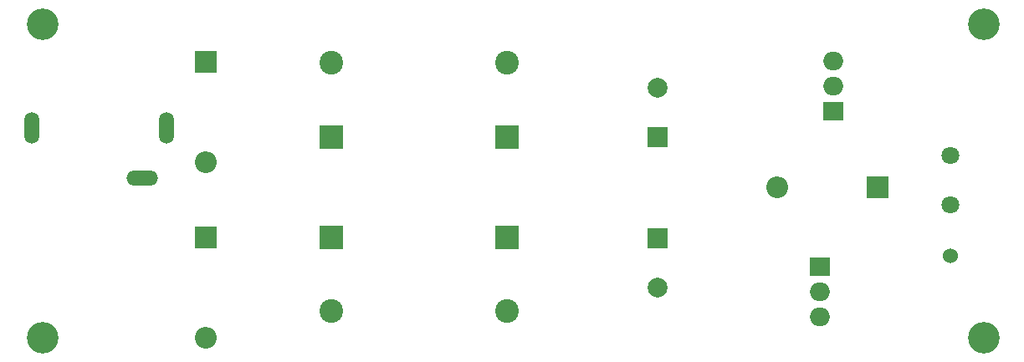
<source format=gbr>
%TF.GenerationSoftware,KiCad,Pcbnew,7.0.7-7.0.7~ubuntu22.04.1*%
%TF.CreationDate,2023-10-27T18:02:48-05:00*%
%TF.ProjectId,PSU,5053552e-6b69-4636-9164-5f7063625858,V1.0*%
%TF.SameCoordinates,Original*%
%TF.FileFunction,Soldermask,Bot*%
%TF.FilePolarity,Negative*%
%FSLAX46Y46*%
G04 Gerber Fmt 4.6, Leading zero omitted, Abs format (unit mm)*
G04 Created by KiCad (PCBNEW 7.0.7-7.0.7~ubuntu22.04.1) date 2023-10-27 18:02:48*
%MOMM*%
%LPD*%
G01*
G04 APERTURE LIST*
%ADD10C,1.524000*%
%ADD11C,1.803400*%
%ADD12C,3.200000*%
%ADD13R,2.000000X1.905000*%
%ADD14O,2.000000X1.905000*%
%ADD15R,2.000000X2.000000*%
%ADD16C,2.000000*%
%ADD17R,2.400000X2.400000*%
%ADD18C,2.400000*%
%ADD19R,2.200000X2.200000*%
%ADD20O,2.200000X2.200000*%
%ADD21O,1.500000X3.200000*%
%ADD22O,3.200000X1.500000*%
G04 APERTURE END LIST*
D10*
%TO.C,J2*%
X197289553Y-108448601D03*
D11*
X197289553Y-98288601D03*
X197289553Y-103288601D03*
%TD*%
D12*
%TO.C,H1*%
X105410000Y-85010000D03*
%TD*%
D13*
%TO.C,U2*%
X184100373Y-109590025D03*
D14*
X184100373Y-112130025D03*
X184100373Y-114670025D03*
%TD*%
D12*
%TO.C,H2*%
X200660000Y-85010000D03*
%TD*%
D15*
%TO.C,C6*%
X167640000Y-96440000D03*
D16*
X167640000Y-91440000D03*
%TD*%
D15*
%TO.C,C5*%
X167640000Y-106680000D03*
D16*
X167640000Y-111680000D03*
%TD*%
D12*
%TO.C,H3*%
X105410000Y-116760000D03*
%TD*%
D17*
%TO.C,C4*%
X152400000Y-106600000D03*
D18*
X152400000Y-114100000D03*
%TD*%
D19*
%TO.C,D1*%
X189950721Y-101520000D03*
D20*
X179790721Y-101520000D03*
%TD*%
D21*
%TO.C,J1*%
X117943600Y-95514483D03*
X104316122Y-95513631D03*
D22*
X115473355Y-100575055D03*
%TD*%
D17*
%TO.C,C2*%
X152400000Y-96440000D03*
D18*
X152400000Y-88940000D03*
%TD*%
D17*
%TO.C,C3*%
X134620000Y-106600000D03*
D18*
X134620000Y-114100000D03*
%TD*%
D17*
%TO.C,C1*%
X134620000Y-96440000D03*
D18*
X134620000Y-88940000D03*
%TD*%
D13*
%TO.C,LM7812*%
X185420000Y-93809770D03*
D14*
X185420000Y-91269770D03*
X185420000Y-88729770D03*
%TD*%
D19*
%TO.C,D2*%
X121920000Y-88820000D03*
D20*
X121920000Y-98980000D03*
%TD*%
D12*
%TO.C,H4*%
X200660000Y-116760000D03*
%TD*%
D19*
%TO.C,D3*%
X121920000Y-106600000D03*
D20*
X121920000Y-116760000D03*
%TD*%
M02*

</source>
